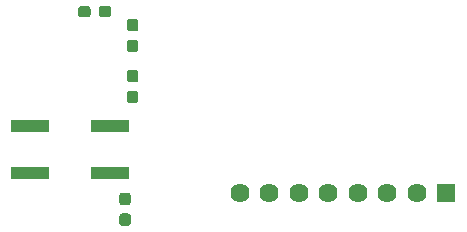
<source format=gbr>
G04 #@! TF.GenerationSoftware,KiCad,Pcbnew,(5.1.4)-1*
G04 #@! TF.CreationDate,2019-11-03T20:25:49+01:00*
G04 #@! TF.ProjectId,121019_breakoutBoard_cureBag_V1,31323130-3139-45f6-9272-65616b6f7574,rev?*
G04 #@! TF.SameCoordinates,Original*
G04 #@! TF.FileFunction,Paste,Bot*
G04 #@! TF.FilePolarity,Positive*
%FSLAX46Y46*%
G04 Gerber Fmt 4.6, Leading zero omitted, Abs format (unit mm)*
G04 Created by KiCad (PCBNEW (5.1.4)-1) date 2019-11-03 20:25:49*
%MOMM*%
%LPD*%
G04 APERTURE LIST*
%ADD10R,1.624000X1.624000*%
%ADD11C,1.624000*%
%ADD12C,0.100000*%
%ADD13C,0.950000*%
%ADD14R,3.200000X1.000000*%
G04 APERTURE END LIST*
D10*
X146114400Y-104286200D03*
D11*
X143614400Y-104286200D03*
X141114400Y-104286200D03*
X138614400Y-104286200D03*
X136114400Y-104286200D03*
X133614400Y-104286200D03*
X131114400Y-104286200D03*
X128614400Y-104286200D03*
D12*
G36*
X115781779Y-88426144D02*
G01*
X115804834Y-88429563D01*
X115827443Y-88435227D01*
X115849387Y-88443079D01*
X115870457Y-88453044D01*
X115890448Y-88465026D01*
X115909168Y-88478910D01*
X115926438Y-88494562D01*
X115942090Y-88511832D01*
X115955974Y-88530552D01*
X115967956Y-88550543D01*
X115977921Y-88571613D01*
X115985773Y-88593557D01*
X115991437Y-88616166D01*
X115994856Y-88639221D01*
X115996000Y-88662500D01*
X115996000Y-89137500D01*
X115994856Y-89160779D01*
X115991437Y-89183834D01*
X115985773Y-89206443D01*
X115977921Y-89228387D01*
X115967956Y-89249457D01*
X115955974Y-89269448D01*
X115942090Y-89288168D01*
X115926438Y-89305438D01*
X115909168Y-89321090D01*
X115890448Y-89334974D01*
X115870457Y-89346956D01*
X115849387Y-89356921D01*
X115827443Y-89364773D01*
X115804834Y-89370437D01*
X115781779Y-89373856D01*
X115758500Y-89375000D01*
X115183500Y-89375000D01*
X115160221Y-89373856D01*
X115137166Y-89370437D01*
X115114557Y-89364773D01*
X115092613Y-89356921D01*
X115071543Y-89346956D01*
X115051552Y-89334974D01*
X115032832Y-89321090D01*
X115015562Y-89305438D01*
X114999910Y-89288168D01*
X114986026Y-89269448D01*
X114974044Y-89249457D01*
X114964079Y-89228387D01*
X114956227Y-89206443D01*
X114950563Y-89183834D01*
X114947144Y-89160779D01*
X114946000Y-89137500D01*
X114946000Y-88662500D01*
X114947144Y-88639221D01*
X114950563Y-88616166D01*
X114956227Y-88593557D01*
X114964079Y-88571613D01*
X114974044Y-88550543D01*
X114986026Y-88530552D01*
X114999910Y-88511832D01*
X115015562Y-88494562D01*
X115032832Y-88478910D01*
X115051552Y-88465026D01*
X115071543Y-88453044D01*
X115092613Y-88443079D01*
X115114557Y-88435227D01*
X115137166Y-88429563D01*
X115160221Y-88426144D01*
X115183500Y-88425000D01*
X115758500Y-88425000D01*
X115781779Y-88426144D01*
X115781779Y-88426144D01*
G37*
D13*
X115471000Y-88900000D03*
D12*
G36*
X117531779Y-88426144D02*
G01*
X117554834Y-88429563D01*
X117577443Y-88435227D01*
X117599387Y-88443079D01*
X117620457Y-88453044D01*
X117640448Y-88465026D01*
X117659168Y-88478910D01*
X117676438Y-88494562D01*
X117692090Y-88511832D01*
X117705974Y-88530552D01*
X117717956Y-88550543D01*
X117727921Y-88571613D01*
X117735773Y-88593557D01*
X117741437Y-88616166D01*
X117744856Y-88639221D01*
X117746000Y-88662500D01*
X117746000Y-89137500D01*
X117744856Y-89160779D01*
X117741437Y-89183834D01*
X117735773Y-89206443D01*
X117727921Y-89228387D01*
X117717956Y-89249457D01*
X117705974Y-89269448D01*
X117692090Y-89288168D01*
X117676438Y-89305438D01*
X117659168Y-89321090D01*
X117640448Y-89334974D01*
X117620457Y-89346956D01*
X117599387Y-89356921D01*
X117577443Y-89364773D01*
X117554834Y-89370437D01*
X117531779Y-89373856D01*
X117508500Y-89375000D01*
X116933500Y-89375000D01*
X116910221Y-89373856D01*
X116887166Y-89370437D01*
X116864557Y-89364773D01*
X116842613Y-89356921D01*
X116821543Y-89346956D01*
X116801552Y-89334974D01*
X116782832Y-89321090D01*
X116765562Y-89305438D01*
X116749910Y-89288168D01*
X116736026Y-89269448D01*
X116724044Y-89249457D01*
X116714079Y-89228387D01*
X116706227Y-89206443D01*
X116700563Y-89183834D01*
X116697144Y-89160779D01*
X116696000Y-89137500D01*
X116696000Y-88662500D01*
X116697144Y-88639221D01*
X116700563Y-88616166D01*
X116706227Y-88593557D01*
X116714079Y-88571613D01*
X116724044Y-88550543D01*
X116736026Y-88530552D01*
X116749910Y-88511832D01*
X116765562Y-88494562D01*
X116782832Y-88478910D01*
X116801552Y-88465026D01*
X116821543Y-88453044D01*
X116842613Y-88443079D01*
X116864557Y-88435227D01*
X116887166Y-88429563D01*
X116910221Y-88426144D01*
X116933500Y-88425000D01*
X117508500Y-88425000D01*
X117531779Y-88426144D01*
X117531779Y-88426144D01*
G37*
D13*
X117221000Y-88900000D03*
D14*
X110874600Y-102584000D03*
X117674600Y-102584000D03*
X117674600Y-98584000D03*
X110874600Y-98584000D03*
D12*
G36*
X119183579Y-104239744D02*
G01*
X119206634Y-104243163D01*
X119229243Y-104248827D01*
X119251187Y-104256679D01*
X119272257Y-104266644D01*
X119292248Y-104278626D01*
X119310968Y-104292510D01*
X119328238Y-104308162D01*
X119343890Y-104325432D01*
X119357774Y-104344152D01*
X119369756Y-104364143D01*
X119379721Y-104385213D01*
X119387573Y-104407157D01*
X119393237Y-104429766D01*
X119396656Y-104452821D01*
X119397800Y-104476100D01*
X119397800Y-105051100D01*
X119396656Y-105074379D01*
X119393237Y-105097434D01*
X119387573Y-105120043D01*
X119379721Y-105141987D01*
X119369756Y-105163057D01*
X119357774Y-105183048D01*
X119343890Y-105201768D01*
X119328238Y-105219038D01*
X119310968Y-105234690D01*
X119292248Y-105248574D01*
X119272257Y-105260556D01*
X119251187Y-105270521D01*
X119229243Y-105278373D01*
X119206634Y-105284037D01*
X119183579Y-105287456D01*
X119160300Y-105288600D01*
X118685300Y-105288600D01*
X118662021Y-105287456D01*
X118638966Y-105284037D01*
X118616357Y-105278373D01*
X118594413Y-105270521D01*
X118573343Y-105260556D01*
X118553352Y-105248574D01*
X118534632Y-105234690D01*
X118517362Y-105219038D01*
X118501710Y-105201768D01*
X118487826Y-105183048D01*
X118475844Y-105163057D01*
X118465879Y-105141987D01*
X118458027Y-105120043D01*
X118452363Y-105097434D01*
X118448944Y-105074379D01*
X118447800Y-105051100D01*
X118447800Y-104476100D01*
X118448944Y-104452821D01*
X118452363Y-104429766D01*
X118458027Y-104407157D01*
X118465879Y-104385213D01*
X118475844Y-104364143D01*
X118487826Y-104344152D01*
X118501710Y-104325432D01*
X118517362Y-104308162D01*
X118534632Y-104292510D01*
X118553352Y-104278626D01*
X118573343Y-104266644D01*
X118594413Y-104256679D01*
X118616357Y-104248827D01*
X118638966Y-104243163D01*
X118662021Y-104239744D01*
X118685300Y-104238600D01*
X119160300Y-104238600D01*
X119183579Y-104239744D01*
X119183579Y-104239744D01*
G37*
D13*
X118922800Y-104763600D03*
D12*
G36*
X119183579Y-105989744D02*
G01*
X119206634Y-105993163D01*
X119229243Y-105998827D01*
X119251187Y-106006679D01*
X119272257Y-106016644D01*
X119292248Y-106028626D01*
X119310968Y-106042510D01*
X119328238Y-106058162D01*
X119343890Y-106075432D01*
X119357774Y-106094152D01*
X119369756Y-106114143D01*
X119379721Y-106135213D01*
X119387573Y-106157157D01*
X119393237Y-106179766D01*
X119396656Y-106202821D01*
X119397800Y-106226100D01*
X119397800Y-106801100D01*
X119396656Y-106824379D01*
X119393237Y-106847434D01*
X119387573Y-106870043D01*
X119379721Y-106891987D01*
X119369756Y-106913057D01*
X119357774Y-106933048D01*
X119343890Y-106951768D01*
X119328238Y-106969038D01*
X119310968Y-106984690D01*
X119292248Y-106998574D01*
X119272257Y-107010556D01*
X119251187Y-107020521D01*
X119229243Y-107028373D01*
X119206634Y-107034037D01*
X119183579Y-107037456D01*
X119160300Y-107038600D01*
X118685300Y-107038600D01*
X118662021Y-107037456D01*
X118638966Y-107034037D01*
X118616357Y-107028373D01*
X118594413Y-107020521D01*
X118573343Y-107010556D01*
X118553352Y-106998574D01*
X118534632Y-106984690D01*
X118517362Y-106969038D01*
X118501710Y-106951768D01*
X118487826Y-106933048D01*
X118475844Y-106913057D01*
X118465879Y-106891987D01*
X118458027Y-106870043D01*
X118452363Y-106847434D01*
X118448944Y-106824379D01*
X118447800Y-106801100D01*
X118447800Y-106226100D01*
X118448944Y-106202821D01*
X118452363Y-106179766D01*
X118458027Y-106157157D01*
X118465879Y-106135213D01*
X118475844Y-106114143D01*
X118487826Y-106094152D01*
X118501710Y-106075432D01*
X118517362Y-106058162D01*
X118534632Y-106042510D01*
X118553352Y-106028626D01*
X118573343Y-106016644D01*
X118594413Y-106006679D01*
X118616357Y-105998827D01*
X118638966Y-105993163D01*
X118662021Y-105989744D01*
X118685300Y-105988600D01*
X119160300Y-105988600D01*
X119183579Y-105989744D01*
X119183579Y-105989744D01*
G37*
D13*
X118922800Y-106513600D03*
D12*
G36*
X119818579Y-95587144D02*
G01*
X119841634Y-95590563D01*
X119864243Y-95596227D01*
X119886187Y-95604079D01*
X119907257Y-95614044D01*
X119927248Y-95626026D01*
X119945968Y-95639910D01*
X119963238Y-95655562D01*
X119978890Y-95672832D01*
X119992774Y-95691552D01*
X120004756Y-95711543D01*
X120014721Y-95732613D01*
X120022573Y-95754557D01*
X120028237Y-95777166D01*
X120031656Y-95800221D01*
X120032800Y-95823500D01*
X120032800Y-96398500D01*
X120031656Y-96421779D01*
X120028237Y-96444834D01*
X120022573Y-96467443D01*
X120014721Y-96489387D01*
X120004756Y-96510457D01*
X119992774Y-96530448D01*
X119978890Y-96549168D01*
X119963238Y-96566438D01*
X119945968Y-96582090D01*
X119927248Y-96595974D01*
X119907257Y-96607956D01*
X119886187Y-96617921D01*
X119864243Y-96625773D01*
X119841634Y-96631437D01*
X119818579Y-96634856D01*
X119795300Y-96636000D01*
X119320300Y-96636000D01*
X119297021Y-96634856D01*
X119273966Y-96631437D01*
X119251357Y-96625773D01*
X119229413Y-96617921D01*
X119208343Y-96607956D01*
X119188352Y-96595974D01*
X119169632Y-96582090D01*
X119152362Y-96566438D01*
X119136710Y-96549168D01*
X119122826Y-96530448D01*
X119110844Y-96510457D01*
X119100879Y-96489387D01*
X119093027Y-96467443D01*
X119087363Y-96444834D01*
X119083944Y-96421779D01*
X119082800Y-96398500D01*
X119082800Y-95823500D01*
X119083944Y-95800221D01*
X119087363Y-95777166D01*
X119093027Y-95754557D01*
X119100879Y-95732613D01*
X119110844Y-95711543D01*
X119122826Y-95691552D01*
X119136710Y-95672832D01*
X119152362Y-95655562D01*
X119169632Y-95639910D01*
X119188352Y-95626026D01*
X119208343Y-95614044D01*
X119229413Y-95604079D01*
X119251357Y-95596227D01*
X119273966Y-95590563D01*
X119297021Y-95587144D01*
X119320300Y-95586000D01*
X119795300Y-95586000D01*
X119818579Y-95587144D01*
X119818579Y-95587144D01*
G37*
D13*
X119557800Y-96111000D03*
D12*
G36*
X119818579Y-93837144D02*
G01*
X119841634Y-93840563D01*
X119864243Y-93846227D01*
X119886187Y-93854079D01*
X119907257Y-93864044D01*
X119927248Y-93876026D01*
X119945968Y-93889910D01*
X119963238Y-93905562D01*
X119978890Y-93922832D01*
X119992774Y-93941552D01*
X120004756Y-93961543D01*
X120014721Y-93982613D01*
X120022573Y-94004557D01*
X120028237Y-94027166D01*
X120031656Y-94050221D01*
X120032800Y-94073500D01*
X120032800Y-94648500D01*
X120031656Y-94671779D01*
X120028237Y-94694834D01*
X120022573Y-94717443D01*
X120014721Y-94739387D01*
X120004756Y-94760457D01*
X119992774Y-94780448D01*
X119978890Y-94799168D01*
X119963238Y-94816438D01*
X119945968Y-94832090D01*
X119927248Y-94845974D01*
X119907257Y-94857956D01*
X119886187Y-94867921D01*
X119864243Y-94875773D01*
X119841634Y-94881437D01*
X119818579Y-94884856D01*
X119795300Y-94886000D01*
X119320300Y-94886000D01*
X119297021Y-94884856D01*
X119273966Y-94881437D01*
X119251357Y-94875773D01*
X119229413Y-94867921D01*
X119208343Y-94857956D01*
X119188352Y-94845974D01*
X119169632Y-94832090D01*
X119152362Y-94816438D01*
X119136710Y-94799168D01*
X119122826Y-94780448D01*
X119110844Y-94760457D01*
X119100879Y-94739387D01*
X119093027Y-94717443D01*
X119087363Y-94694834D01*
X119083944Y-94671779D01*
X119082800Y-94648500D01*
X119082800Y-94073500D01*
X119083944Y-94050221D01*
X119087363Y-94027166D01*
X119093027Y-94004557D01*
X119100879Y-93982613D01*
X119110844Y-93961543D01*
X119122826Y-93941552D01*
X119136710Y-93922832D01*
X119152362Y-93905562D01*
X119169632Y-93889910D01*
X119188352Y-93876026D01*
X119208343Y-93864044D01*
X119229413Y-93854079D01*
X119251357Y-93846227D01*
X119273966Y-93840563D01*
X119297021Y-93837144D01*
X119320300Y-93836000D01*
X119795300Y-93836000D01*
X119818579Y-93837144D01*
X119818579Y-93837144D01*
G37*
D13*
X119557800Y-94361000D03*
D12*
G36*
X119818579Y-91269144D02*
G01*
X119841634Y-91272563D01*
X119864243Y-91278227D01*
X119886187Y-91286079D01*
X119907257Y-91296044D01*
X119927248Y-91308026D01*
X119945968Y-91321910D01*
X119963238Y-91337562D01*
X119978890Y-91354832D01*
X119992774Y-91373552D01*
X120004756Y-91393543D01*
X120014721Y-91414613D01*
X120022573Y-91436557D01*
X120028237Y-91459166D01*
X120031656Y-91482221D01*
X120032800Y-91505500D01*
X120032800Y-92080500D01*
X120031656Y-92103779D01*
X120028237Y-92126834D01*
X120022573Y-92149443D01*
X120014721Y-92171387D01*
X120004756Y-92192457D01*
X119992774Y-92212448D01*
X119978890Y-92231168D01*
X119963238Y-92248438D01*
X119945968Y-92264090D01*
X119927248Y-92277974D01*
X119907257Y-92289956D01*
X119886187Y-92299921D01*
X119864243Y-92307773D01*
X119841634Y-92313437D01*
X119818579Y-92316856D01*
X119795300Y-92318000D01*
X119320300Y-92318000D01*
X119297021Y-92316856D01*
X119273966Y-92313437D01*
X119251357Y-92307773D01*
X119229413Y-92299921D01*
X119208343Y-92289956D01*
X119188352Y-92277974D01*
X119169632Y-92264090D01*
X119152362Y-92248438D01*
X119136710Y-92231168D01*
X119122826Y-92212448D01*
X119110844Y-92192457D01*
X119100879Y-92171387D01*
X119093027Y-92149443D01*
X119087363Y-92126834D01*
X119083944Y-92103779D01*
X119082800Y-92080500D01*
X119082800Y-91505500D01*
X119083944Y-91482221D01*
X119087363Y-91459166D01*
X119093027Y-91436557D01*
X119100879Y-91414613D01*
X119110844Y-91393543D01*
X119122826Y-91373552D01*
X119136710Y-91354832D01*
X119152362Y-91337562D01*
X119169632Y-91321910D01*
X119188352Y-91308026D01*
X119208343Y-91296044D01*
X119229413Y-91286079D01*
X119251357Y-91278227D01*
X119273966Y-91272563D01*
X119297021Y-91269144D01*
X119320300Y-91268000D01*
X119795300Y-91268000D01*
X119818579Y-91269144D01*
X119818579Y-91269144D01*
G37*
D13*
X119557800Y-91793000D03*
D12*
G36*
X119818579Y-89519144D02*
G01*
X119841634Y-89522563D01*
X119864243Y-89528227D01*
X119886187Y-89536079D01*
X119907257Y-89546044D01*
X119927248Y-89558026D01*
X119945968Y-89571910D01*
X119963238Y-89587562D01*
X119978890Y-89604832D01*
X119992774Y-89623552D01*
X120004756Y-89643543D01*
X120014721Y-89664613D01*
X120022573Y-89686557D01*
X120028237Y-89709166D01*
X120031656Y-89732221D01*
X120032800Y-89755500D01*
X120032800Y-90330500D01*
X120031656Y-90353779D01*
X120028237Y-90376834D01*
X120022573Y-90399443D01*
X120014721Y-90421387D01*
X120004756Y-90442457D01*
X119992774Y-90462448D01*
X119978890Y-90481168D01*
X119963238Y-90498438D01*
X119945968Y-90514090D01*
X119927248Y-90527974D01*
X119907257Y-90539956D01*
X119886187Y-90549921D01*
X119864243Y-90557773D01*
X119841634Y-90563437D01*
X119818579Y-90566856D01*
X119795300Y-90568000D01*
X119320300Y-90568000D01*
X119297021Y-90566856D01*
X119273966Y-90563437D01*
X119251357Y-90557773D01*
X119229413Y-90549921D01*
X119208343Y-90539956D01*
X119188352Y-90527974D01*
X119169632Y-90514090D01*
X119152362Y-90498438D01*
X119136710Y-90481168D01*
X119122826Y-90462448D01*
X119110844Y-90442457D01*
X119100879Y-90421387D01*
X119093027Y-90399443D01*
X119087363Y-90376834D01*
X119083944Y-90353779D01*
X119082800Y-90330500D01*
X119082800Y-89755500D01*
X119083944Y-89732221D01*
X119087363Y-89709166D01*
X119093027Y-89686557D01*
X119100879Y-89664613D01*
X119110844Y-89643543D01*
X119122826Y-89623552D01*
X119136710Y-89604832D01*
X119152362Y-89587562D01*
X119169632Y-89571910D01*
X119188352Y-89558026D01*
X119208343Y-89546044D01*
X119229413Y-89536079D01*
X119251357Y-89528227D01*
X119273966Y-89522563D01*
X119297021Y-89519144D01*
X119320300Y-89518000D01*
X119795300Y-89518000D01*
X119818579Y-89519144D01*
X119818579Y-89519144D01*
G37*
D13*
X119557800Y-90043000D03*
M02*

</source>
